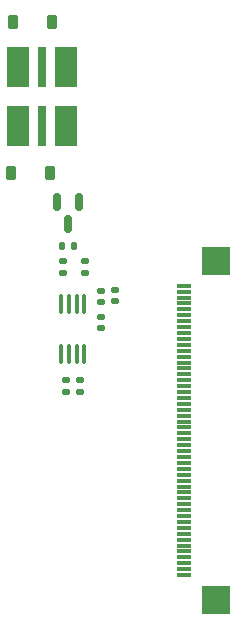
<source format=gbr>
G04 #@! TF.GenerationSoftware,KiCad,Pcbnew,7.0.10*
G04 #@! TF.CreationDate,2024-01-19T21:46:19+03:00*
G04 #@! TF.ProjectId,Eco_display,45636f5f-6469-4737-906c-61792e6b6963,rev?*
G04 #@! TF.SameCoordinates,Original*
G04 #@! TF.FileFunction,Paste,Bot*
G04 #@! TF.FilePolarity,Positive*
%FSLAX46Y46*%
G04 Gerber Fmt 4.6, Leading zero omitted, Abs format (unit mm)*
G04 Created by KiCad (PCBNEW 7.0.10) date 2024-01-19 21:46:19*
%MOMM*%
%LPD*%
G01*
G04 APERTURE LIST*
G04 Aperture macros list*
%AMRoundRect*
0 Rectangle with rounded corners*
0 $1 Rounding radius*
0 $2 $3 $4 $5 $6 $7 $8 $9 X,Y pos of 4 corners*
0 Add a 4 corners polygon primitive as box body*
4,1,4,$2,$3,$4,$5,$6,$7,$8,$9,$2,$3,0*
0 Add four circle primitives for the rounded corners*
1,1,$1+$1,$2,$3*
1,1,$1+$1,$4,$5*
1,1,$1+$1,$6,$7*
1,1,$1+$1,$8,$9*
0 Add four rect primitives between the rounded corners*
20,1,$1+$1,$2,$3,$4,$5,0*
20,1,$1+$1,$4,$5,$6,$7,0*
20,1,$1+$1,$6,$7,$8,$9,0*
20,1,$1+$1,$8,$9,$2,$3,0*%
G04 Aperture macros list end*
%ADD10R,1.950000X3.500000*%
%ADD11R,0.800000X3.400000*%
%ADD12RoundRect,0.135000X0.185000X-0.135000X0.185000X0.135000X-0.185000X0.135000X-0.185000X-0.135000X0*%
%ADD13RoundRect,0.150000X-0.150000X0.587500X-0.150000X-0.587500X0.150000X-0.587500X0.150000X0.587500X0*%
%ADD14RoundRect,0.140000X-0.170000X0.140000X-0.170000X-0.140000X0.170000X-0.140000X0.170000X0.140000X0*%
%ADD15RoundRect,0.100000X0.100000X-0.712500X0.100000X0.712500X-0.100000X0.712500X-0.100000X-0.712500X0*%
%ADD16RoundRect,0.135000X-0.185000X0.135000X-0.185000X-0.135000X0.185000X-0.135000X0.185000X0.135000X0*%
%ADD17R,1.200000X0.300000*%
%ADD18R,2.387600X2.387600*%
%ADD19RoundRect,0.135000X0.135000X0.185000X-0.135000X0.185000X-0.135000X-0.185000X0.135000X-0.185000X0*%
%ADD20RoundRect,0.225000X0.225000X0.375000X-0.225000X0.375000X-0.225000X-0.375000X0.225000X-0.375000X0*%
%ADD21RoundRect,0.140000X0.170000X-0.140000X0.170000X0.140000X-0.170000X0.140000X-0.170000X-0.140000X0*%
G04 APERTURE END LIST*
D10*
X151325000Y-70860000D03*
X147275000Y-70860000D03*
D11*
X149300000Y-70860000D03*
D12*
X152500000Y-93410000D03*
X152500000Y-92390000D03*
D13*
X150550000Y-77322500D03*
X152450000Y-77322500D03*
X151500000Y-79197500D03*
D14*
X154300000Y-87050000D03*
X154300000Y-88010000D03*
D15*
X152875000Y-90172500D03*
X152225000Y-90172500D03*
X151575000Y-90172500D03*
X150925000Y-90172500D03*
X150925000Y-85947500D03*
X151575000Y-85947500D03*
X152225000Y-85947500D03*
X152875000Y-85947500D03*
D16*
X151300000Y-92390000D03*
X151300000Y-93410000D03*
D17*
X161300000Y-84400004D03*
X161300000Y-84900004D03*
X161300000Y-85400004D03*
X161300000Y-85900004D03*
X161300000Y-86400004D03*
X161300000Y-86900004D03*
X161300000Y-87400007D03*
X161300000Y-87900004D03*
X161300000Y-88400004D03*
X161300000Y-88900004D03*
X161300000Y-89400004D03*
X161300000Y-89900007D03*
X161300000Y-90400004D03*
X161300000Y-90900004D03*
X161300000Y-91400004D03*
X161300000Y-91900004D03*
X161300000Y-92400007D03*
X161300000Y-92900004D03*
X161300000Y-93400004D03*
X161300000Y-93900004D03*
X161300000Y-94400004D03*
X161300000Y-94900007D03*
X161300000Y-95400004D03*
X161300000Y-95900004D03*
X161300000Y-96400004D03*
X161300000Y-96900004D03*
X161300000Y-97400004D03*
X161300000Y-97900004D03*
X161300000Y-98400004D03*
X161300000Y-98900004D03*
X161300000Y-99400004D03*
X161300000Y-99900004D03*
X161300000Y-100400004D03*
X161300000Y-100900004D03*
X161300000Y-101400004D03*
X161300000Y-101900004D03*
X161300000Y-102400004D03*
X161300000Y-102900004D03*
X161300000Y-103400004D03*
X161300000Y-103900007D03*
X161300000Y-104400004D03*
X161300000Y-104900004D03*
X161300000Y-105400004D03*
X161300000Y-105900004D03*
X161300000Y-106400007D03*
X161300000Y-106900004D03*
X161300000Y-107400004D03*
X161300000Y-107900004D03*
X161300000Y-108400004D03*
X161300000Y-108900007D03*
D18*
X164000000Y-82300008D03*
X164000000Y-111000000D03*
D19*
X152010000Y-81010000D03*
X150990000Y-81010000D03*
D20*
X149950000Y-74860000D03*
X146650000Y-74860000D03*
D21*
X155500000Y-85690000D03*
X155500000Y-84730000D03*
D10*
X151325000Y-65860000D03*
X147275000Y-65860000D03*
D11*
X149300000Y-65860000D03*
D12*
X152900000Y-83320000D03*
X152900000Y-82300000D03*
D21*
X154300000Y-85770000D03*
X154300000Y-84810000D03*
D20*
X150150000Y-62060000D03*
X146850000Y-62060000D03*
D12*
X151100000Y-83320000D03*
X151100000Y-82300000D03*
M02*

</source>
